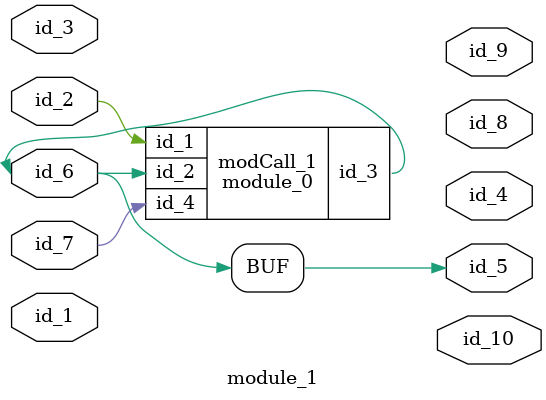
<source format=v>
module module_0 (
    id_1,
    id_2,
    id_3,
    id_4
);
  input wire id_4;
  output wire id_3;
  input wire id_2;
  input wire id_1;
  wire id_5;
  ;
endmodule
module module_1 (
    id_1,
    id_2,
    id_3,
    id_4,
    id_5,
    id_6,
    id_7,
    id_8,
    id_9,
    id_10
);
  output wire id_10;
  output wire id_9;
  output wire id_8;
  inout wire id_7;
  inout wire id_6;
  output wire id_5;
  module_0 modCall_1 (
      id_2,
      id_6,
      id_5,
      id_7
  );
  output wire id_4;
  inout wire id_3;
  input wire id_2;
  input wire id_1;
  assign id_5 = id_6;
endmodule

</source>
